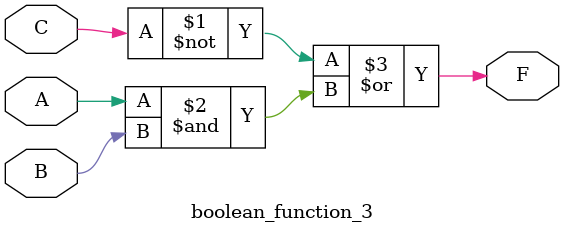
<source format=v>
module boolean_function_3(
input A,
input B,
input C,
output F);

assign F = ~C | (A & B);

endmodule
</source>
